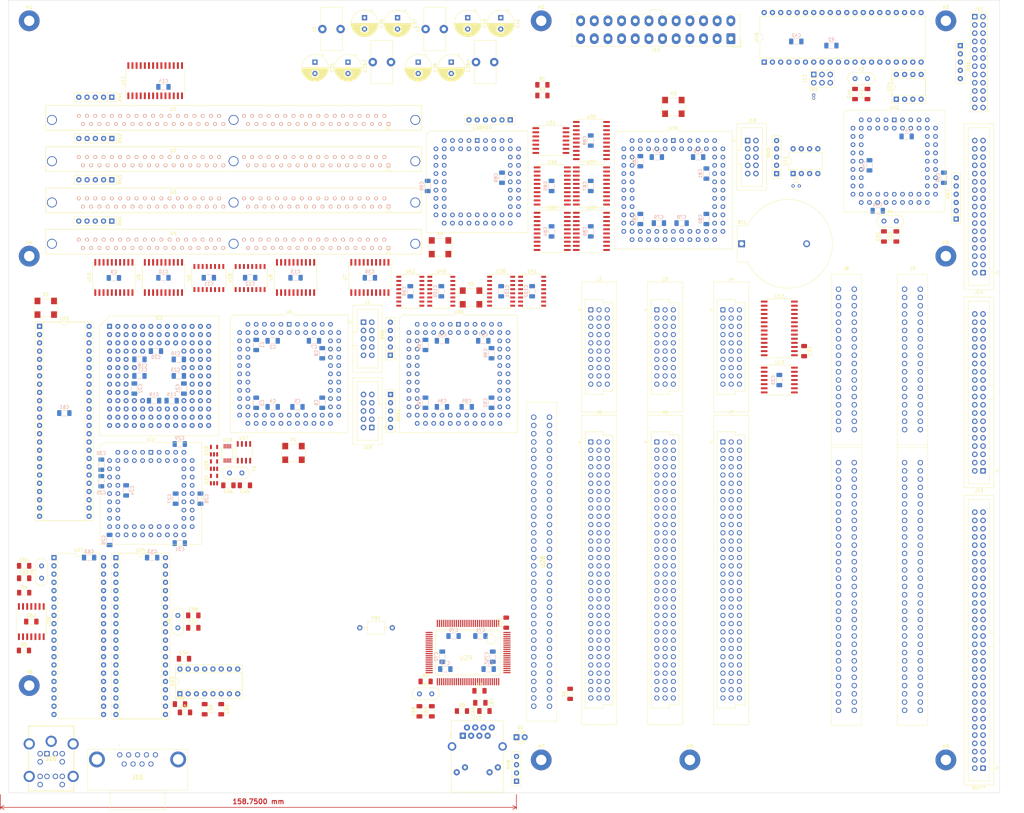
<source format=kicad_pcb>
(kicad_pcb (version 20221018) (generator pcbnew)
  (layers (0 "F.Cu" signal "F.Cu (signal, GND)") (1 "In1.Cu" power "In1.Cu (signal, GND)") (2 "In2.Cu" signal "In2.Cu (signal, GND)") (3 "In3.Cu" signal) (4 "In4.Cu" power) (31 "B.Cu" signal "B.Cu (Power)") (34 "B.Paste" user) (35 "F.Paste" user) (36 "B.SilkS" user "B.Silkscreen") (37 "F.SilkS" user "F.Silkscreen") (38 "B.Mask" user) (39 "F.Mask" user) (44 "Edge.Cuts" user))
  (net 0 "")
  (net 1 "+5V")
  (net 2 "GND")
  (net 3 "+12V")
  (net 4 "+5VP")
  (net 5 "+3.3V")
  (net 6 "-12V")
  (net 7 "-5V")
  (net 11 "GNDA")
  (net 12 "+5VA")
  (net 17 "/PEP/~{P0PRESA}")
  (net 18 "/PEP/~{P1PRESA}")
  (net 19 "/PEP/~{P2PRESA}")
  (net 20 "/PEP/~{P0PRESB}")
  (net 21 "/PEP/~{P1PRESB}")
  (net 22 "/DRAM/~{MMAP0}")
  (net 23 "/DRAM/~{MMAP1}")
  (net 24 "/DRAM/~{MMAP2}")
  (net 25 "/DRAM/~{MMAP3}")
  (net 26 "/DRAM/~{MMBP0}")
  (net 27 "/DRAM/~{MMBP1}")
  (net 28 "/DRAM/~{MMBP2}")
  (net 29 "/DRAM/~{MMBP3}")
  (net 30 "/DRAM/~{MMCP0}")
  (net 31 "/DRAM/~{MMCP1}")
  (net 32 "/DRAM/~{MMCP2}")
  (net 33 "/DRAM/~{MMCP3}")
  (net 34 "/DRAM/~{MMDP0}")
  (net 35 "/DRAM/~{MMDP1}")
  (net 36 "/DRAM/~{MMDP2}")
  (net 37 "/DRAM/~{MMDP3}")
  (net 38 "SYS_SCL")
  (net 39 "SYS_SDA")
  (net 40 "SMC_TX")
  (net 41 "SMC_RX")
  (net 42 "/PEP/~{P2PRESB}")
  (net 48 "~{IRQ15}")
  (net 49 "/IO/~{DTACK8}")
  (net 50 "/PEP/~{P0PRES}")
  (net 51 "/PEP/~{P1PRES}")
  (net 52 "/PEP/~{P2PRES}")
  (net 53 "/IO/KBDAT")
  (net 54 "/IO/KBCLK")
  (net 55 "/IO/MSDAT")
  (net 56 "/IO/MSCLK")
  (net 57 "/DRAM/SDQ0")
  (net 58 "/DRAM/SDQ16")
  (net 59 "/DRAM/SDQ1")
  (net 60 "/DRAM/SDQ17")
  (net 61 "/DRAM/SDQ2")
  (net 62 "/DRAM/SDQ18")
  (net 63 "/DRAM/SDQ3")
  (net 64 "/DRAM/SDQ19")
  (net 65 "/DRAM/SA0")
  (net 66 "/DRAM/SA1")
  (net 67 "/DRAM/SA2")
  (net 68 "/DRAM/SA3")
  (net 69 "/DRAM/SA4")
  (net 70 "/DRAM/SA5")
  (net 71 "/DRAM/SA6")
  (net 72 "/DRAM/SA10")
  (net 73 "/DRAM/SDQ4")
  (net 74 "/DRAM/SDQ20")
  (net 75 "/DRAM/SDQ5")
  (net 76 "/DRAM/SDQ21")
  (net 77 "/DRAM/SDQ6")
  (net 78 "/DRAM/SDQ22")
  (net 79 "/DRAM/SDQ7")
  (net 80 "/DRAM/SDQ23")
  (net 81 "/DRAM/SA7")
  (net 82 "/DRAM/SA11")
  (net 83 "/DRAM/SA8")
  (net 84 "/DRAM/SA9")
  (net 85 "/DRAM/~{MMRAS3_A}")
  (net 86 "/DRAM/~{MMRAS1_A}")
  (net 87 "/DRAM/~{MMRAS0_A}")
  (net 88 "/DRAM/SDQ8")
  (net 89 "/DRAM/SDQ24")
  (net 90 "/DRAM/SDQ9")
  (net 91 "/DRAM/SDQ25")
  (net 92 "/DRAM/SDQ10")
  (net 93 "/DRAM/SDQ26")
  (net 94 "/DRAM/SDQ11")
  (net 95 "/DRAM/SDQ27")
  (net 96 "/DRAM/SDQ12")
  (net 97 "/DRAM/SDQ28")
  (net 98 "/DRAM/SDQ29")
  (net 99 "/DRAM/SDQ13")
  (net 100 "/DRAM/SDQ30")
  (net 101 "/DRAM/SDQ14")
  (net 102 "/DRAM/SDQ31")
  (net 103 "/DRAM/SDQ15")
  (net 104 "/DRAM/~{MMRAS3_B}")
  (net 105 "/DRAM/~{MMRAS1_B}")
  (net 106 "/DRAM/~{MMRAS0_B}")
  (net 107 "/DRAM/~{MMRAS3_C}")
  (net 108 "/DRAM/~{MMRAS1_C}")
  (net 109 "/DRAM/~{MMRAS0_C}")
  (net 110 "/DRAM/~{MMRAS3_D}")
  (net 111 "/DRAM/~{MMRAS1_D}")
  (net 112 "/DRAM/~{MMRAS0_D}")
  (net 113 "/Disk/~{RD}")
  (net 114 "/Disk/~{WR}")
  (net 115 "~{ATADRQ}")
  (net 116 "~{ATADACK}")
  (net 117 "~{DMAIRQ}")
  (net 118 "~{FDDDACK}")
  (net 119 "~{FDDDRQ}")
  (net 120 "+BATT")
  (net 121 "~{EEPROMCS}")
  (net 122 "/Power/+12VI")
  (net 123 "/Power/+5VI")
  (net 124 "/Power/+5VSBI")
  (net 125 "/Power/+3.3VI")
  (net 126 "/Ethernet/LED1")
  (net 127 "/Ethernet/LED0")
  (net 128 "/DRAM/DRAMC_TCK")
  (net 129 "/DRAM/DRAMC_TDO")
  (net 130 "/DRAM/DRAMC_TMS")
  (net 134 "/DRAM/DRAMC_TDI")
  (net 137 "/DRAM/~{MMCAS0}")
  (net 138 "/DRAM/~{MMCAS2}")
  (net 139 "/DRAM/~{MMCAS3}")
  (net 140 "/DRAM/~{MMCAS1}")
  (net 141 "/DRAM/RASS0")
  (net 142 "/DRAM/RASS1")
  (net 143 "/DRAM/RASS2")
  (net 144 "/DRAM/~{RASS_L}")
  (net 145 "~{DRAMCS}")
  (net 146 "~{CPURST}")
  (net 147 "~{CPUHLT}")
  (net 148 "PWOK")
  (net 149 "~{PSON}")
  (net 150 "BUZ")
  (net 151 "HDD_LED")
  (net 152 "PWR_LED")
  (net 153 "~{PERRST}")
  (net 154 "/SMC/SMC_MOSI")
  (net 155 "/SMC/SMC_MISO")
  (net 156 "/SMC/SMC_SCK")
  (net 157 "~{SMCRST}")
  (net 158 "~{SMCCS}")
  (net 159 "/SMC/~{DTACK}")
  (net 160 "/SMC/~{DS}")
  (net 161 "/SMC/C{slash}~{D}")
  (net 162 "/SMC/R{slash}~{W}")
  (net 163 "/SMC/~{FWMPRES}")
  (net 164 "/SMC/D31")
  (net 165 "/SMC/D30")
  (net 166 "/SMC/D29")
  (net 167 "/SMC/D28")
  (net 168 "/SMC/D27")
  (net 169 "/SMC/D26")
  (net 170 "/SMC/D25")
  (net 171 "/SMC/D24")
  (net 172 "~{FWCS}")
  (net 173 "/Ethernet/TX+")
  (net 174 "/Ethernet/TX-")
  (net 175 "/Ethernet/RX+")
  (net 176 "/FWMEM/~{FWMPRES}")
  (net 177 "~{FPUCS}")
  (net 178 "~{IACK}")
  (net 179 "~{PEP0IRQ}")
  (net 180 "~{PEP0EN}")
  (net 181 "~{PERR}")
  (net 182 "~{PEP1IRQ}")
  (net 183 "~{PEP1EN}")
  (net 184 "~{PEP2EN}")
  (net 185 "~{PEP2IRQ}")
  (net 186 "~{ATAIRQ}")
  (net 187 "~{ATA0CS}")
  (net 188 "~{ATA1CS}")
  (net 189 "~{DMACCS}")
  (net 190 "~{ADDECCFG}")
  (net 191 "~{DCFGCS}")
  (net 192 "~{FDDCS}")
  (net 193 "~{FDDIRQ}")
  (net 194 "~{UARTCS}")
  (net 195 "~{UARTIRQ}")
  (net 196 "~{MSIRQ}")
  (net 197 "~{KBIRQ}")
  (net 198 "/IO/~{WR}")
  (net 199 "/IO/~{RD}")
  (net 200 "~{8242CS}")
  (net 201 "~{IRQ2}")
  (net 202 "~{IRQ3}")
  (net 203 "~{IRQ4}")
  (net 204 "~{IRQ5}")
  (net 205 "~{IRQ6}")
  (net 206 "~{IRQ7}")
  (net 207 "~{IRQ10}")
  (net 208 "~{IRQ11}")
  (net 209 "~{IRQ12}")
  (net 210 "~{IRQ14}")
  (net 211 "~{PICCS}")
  (net 212 "~{PWR_SW}")
  (net 213 "/FWMEM/~{UDS}")
  (net 214 "/FWMEM/~{LDS}")
  (net 215 "/FWMEM/~{DTACK}")
  (net 216 "~{RST_SW}")
  (net 217 "/Ethernet/RX-")
  (net 218 "Net-(D1-A)")
  (net 219 "Net-(U27-XTAL2)")
  (net 220 "~{ETHCS}")
  (net 221 "/Ethernet/LED2")
  (net 223 "CPUCLK")
  (net 224 "/DRAM/RASS3")
  (net 225 "Net-(U29-X2)")
  (net 226 "/Ethernet/~{RD}")
  (net 227 "/Ethernet/~{WR}")
  (net 228 "A0")
  (net 229 "A30")
  (net 230 "A28")
  (net 231 "A26")
  (net 232 "A24")
  (net 233 "A23")
  (net 234 "A21")
  (net 235 "A19")
  (net 236 "A17")
  (net 237 "A15")
  (net 238 "A13")
  (net 239 "A10")
  (net 240 "A31")
  (net 241 "A29")
  (net 242 "A27")
  (net 243 "A25")
  (net 244 "A22")
  (net 245 "A20")
  (net 246 "A16")
  (net 247 "A14")
  (net 248 "A12")
  (net 249 "A8")
  (net 250 "A7")
  (net 251 "A1")
  (net 252 "A18")
  (net 253 "A11")
  (net 254 "A9")
  (net 255 "A5")
  (net 256 "A4")
  (net 257 "A6")
  (net 258 "A3")
  (net 259 "A2")
  (net 260 "D5")
  (net 261 "D1")
  (net 262 "D0")
  (net 263 "D30")
  (net 264 "D10")
  (net 265 "D7")
  (net 266 "D4")
  (net 267 "D2")
  (net 268 "D29")
  (net 269 "D27")
  (net 270 "D24")
  (net 271 "D22")
  (net 272 "D20")
  (net 273 "D17")
  (net 274 "D14")
  (net 275 "D12")
  (net 276 "D9")
  (net 277 "D6")
  (net 278 "D3")
  (net 279 "D31")
  (net 280 "D28")
  (net 281 "D26")
  (net 282 "D25")
  (net 283 "D23")
  (net 284 "D21")
  (net 285 "D19")
  (net 286 "D18")
  (net 287 "D16")
  (net 288 "D15")
  (net 289 "D13")
  (net 290 "D11")
  (net 291 "D8")
  (net 292 "~{BR}")
  (net 293 "~{RMC}")
  (net 294 "~{BG}")
  (net 295 "FC1")
  (net 296 "~{BGACK}")
  (net 297 "FC2")
  (net 298 "FC0")
  (net 299 "~{AVEC}")
  (net 300 "~{IPEND}")
  (net 301 "~{DSACK0}")
  (net 302 "~{MMUDIS}")
  (net 303 "~{STERM}")
  (net 304 "~{DSACK1}")
  (net 305 "~{IPL2}")
  (net 306 "~{IPL1}")
  (net 307 "~{BERR}")
  (net 308 "~{CDIS}")
  (net 309 "~{IPL0}")
  (net 310 "~{CBACK}")
  (net 311 "~{AS}")
  (net 312 "~{CBREQ}")
  (net 313 "~{DS}")
  (net 314 "SIZ1")
  (net 315 "~{CIIN}")
  (net 316 "SIZ0")
  (net 317 "R{slash}~{W}")
  (net 318 "FPUCLK")
  (net 319 "/ADDEC/ADDEC_TCK")
  (net 320 "/ADDEC/ADDEC_TDO")
  (net 321 "/ADDEC/ADDEC_TMS")
  (net 322 "/ADDEC/ADDEC_TDI")
  (net 323 "/PIC/PIC_TCK")
  (net 324 "/PIC/PIC_TDO")
  (net 325 "/PIC/PIC_TMS")
  (net 326 "/PIC/PIC_TDI")
  (net 327 "/DMAC/~{OWN}")
  (net 328 "/DMAC/~{UAS}")
  (net 329 "/DMAC/~{DBEN}")
  (net 330 "/DMAC/~{DDIR}")
  (net 331 "/DMAC/~{HIBYTE}")
  (net 332 "/DMAC/UAS")
  (net 333 "/DMAC/A16{slash}D8")
  (net 334 "/DMAC/A17{slash}D9")
  (net 335 "/DMAC/A18{slash}D10")
  (net 336 "/DMAC/A19{slash}D11")
  (net 337 "/DMAC/A20{slash}D12")
  (net 338 "/DMAC/A21{slash}D13")
  (net 339 "/DMAC/A22{slash}D14")
  (net 340 "/DMAC/A23{slash}D15")
  (net 341 "/DMAC/~{DTACK}")
  (net 342 "/DMAC/A15{slash}D7")
  (net 343 "/DMAC/A14{slash}D6")
  (net 344 "/DMAC/A13{slash}D5")
  (net 345 "/DMAC/A12{slash}D4")
  (net 346 "/DMAC/A11{slash}D3")
  (net 347 "/DMAC/A10{slash}D2")
  (net 348 "/DMAC/A9{slash}D1")
  (net 349 "/DMAC/A8{slash}D0")
  (net 350 "/PIC/~{UDS}")
  (net 351 "/PIC/~{LDS}")
  (net 352 "/PIC/~{DTACK}")
  (net 353 "/ADDEC/CS0")
  (net 354 "/ADDEC/CS1")
  (net 355 "/ADDEC/CS2")
  (net 356 "/ADDEC/~{CSE}")
  (net 357 "/ADDEC/CS3")
  (net 358 "/ADDEC/CS4")
  (net 359 "/ADDEC/C{slash}~{D}")
  (net 360 "/ADDEC/~{RD}")
  (net 361 "/ADDEC/~{WR}")
  (net 362 "/ADDEC/~{UDS}")
  (net 363 "/ADDEC/~{LDS}")
  (net 364 "/ADDEC/~{DTACK}")
  (net 365 "/ADDEC/~{DTACK8}")
  (net 366 "/ADDEC/SMC_MOSI")
  (net 367 "/ADDEC/SMC_MISO")
  (net 368 "/ADDEC/SMC_SCK")
  (net 369 "/SMC/SCL33")
  (net 370 "/SMC/SDA33")
  (net 371 "TIMCLK")
  (net 372 "~{TIMER}")
  (net 373 "/ADDEC/~{DEC0}")
  (net 374 "/ADDEC/~{DEC1}")
  (net 375 "REFRESH")
  (net 376 "/ADDEC/~{DEC2}")
  (net 377 "~{TIMCS}")
  (net 378 "Net-(U16-XTAL1)")
  (net 379 "Net-(U16-XTAL2)")
  (net 380 "Net-(U19-XA)")
  (net 381 "Net-(U19-XB)")
  (net 382 "Net-(U22-XTAL1{slash}CLK)")
  (net 383 "Net-(U22-XTAL2)")
  (net 384 "Net-(U23-C1+)")
  (net 385 "Net-(U23-C1-)")
  (net 386 "Net-(U23-C2+)")
  (net 387 "Net-(U23-C2-)")
  (net 388 "Net-(U24-X1{slash}CLK)")
  (net 389 "Net-(U24-X2)")
  (net 390 "Net-(U23-VS+)")
  (net 391 "Net-(U23-VS-)")
  (net 392 "Net-(U27-XTAL1)")
  (net 393 "Net-(U29-X1)")
  (net 483 "Net-(J12-Pin_2)")
  (net 489 "Net-(J14-~{REDWC})")
  (net 491 "Net-(J14-NC{slash}DRATE)")
  (net 492 "Net-(J14-~{INDEX})")
  (net 493 "Net-(J14-~{MEA})")
  (net 494 "Net-(J14-~{DSB})")
  (net 495 "Net-(J14-~{DSA})")
  (net 496 "Net-(J14-~{MEB})")
  (net 497 "Net-(J14-~{DIR})")
  (net 498 "Net-(J14-~{STEP})")
  (net 499 "Net-(J14-~{WR})")
  (net 500 "Net-(J14-~{FWE})")
  (net 501 "Net-(J14-~{TRK00})")
  (net 502 "Net-(J14-~{WPT})")
  (net 503 "Net-(J14-~{RD})")
  (net 504 "Net-(J14-~{SIDE1})")
  (net 505 "Net-(J14-~{DSKCHG})")
  (net 507 "Net-(U23-T1OUT)")
  (net 508 "Net-(U23-R1IN)")
  (net 517 "Net-(U29-BD7)")
  (net 518 "Net-(U29-IOCS16B)")
  (net 559 "Net-(U5-INPUT{slash}GCLK1)")
  (net 584 "Net-(U15-X1)")
  (net 585 "Net-(U15-X2)")
  (net 589 "Net-(U17-EN)")
  (net 591 "Net-(U18-A)")
  (net 592 "Net-(U19-CLK2)")
  (net 593 "Net-(U19-CLK1)")
  (net 612 "Net-(U23-T1IN)")
  (net 613 "Net-(U23-R1OUT)")
  (net 654 "Net-(U25-CLK)")
  (net 655 "Net-(U27-P22)")
  (net 656 "Net-(U27-P23)")
  (net 657 "Net-(U27-P26)")
  (net 658 "Net-(U27-P27)")
  (net 723 "Net-(U30-INPUT{slash}GCLK1)")
  (net 746 "Net-(U34-CLK)")
  (net 754 "Net-(U39-INPUT{slash}GCLK1)")
  (net 771 "Net-(J17-RCT)")
  (net 772 "Net-(J17-TCT)")
  (net 778 "Net-(J17-LEDG_A)")
  (net 779 "Net-(J17-LEDY_A)")
  (footprint "Package_DIP:DIP-48_W15.24mm_Socket" (layer "F.Cu") (at 73.025 138.43)
    (fp_text reference "U25")
    (fp_text value "68230")
  )
  (footprint "Package_DIP:DIP-40_W15.24mm_Socket" (layer "F.Cu") (at 96.52 209.55)
    (fp_text reference "U24")
    (fp_text value "68681")
  )
  (footprint "Crystal:Crystal_HC52-6mm_Vertical" (layer "F.Cu") (at 131.455 183.515)
    (fp_text reference "Y3")
    (fp_text value "25M")
  )
  (footprint "Oscillator:Oscillator_SMD_SeikoEpson_SG8002CA-4Pin_7.0x5.0mm" (layer "F.Cu") (at 267.97 70.925)
    (fp_text reference "X3")
    (fp_text value "70M")
  )
  (footprint "Package_SO:SOIC-20W_7.5x12.8mm_P1.27mm" (layer "F.Cu") (at 111.125 123.395 -90)
    (fp_text reference "U9")
    (fp_text value "74LS245")
  )
  (footprint "Connector_IDC:IDC-Header_2x05_P2.54mm_Vertical" (layer "F.Cu") (at 172.67 137.16)
    (fp_text reference "J1")
    (fp_text value "JTAG_DRAMC")
  )
  (footprint "Package_SO:SOIC-28W_7.5x17.9mm_P1.27mm" (layer "F.Cu") (at 300.56 139.065)
    (fp_text reference "U12")
    (fp_text value "MCP23017_SO")
  )
  (footprint "Package_SO:SOIC-20W_7.5x12.8mm_P1.27mm" (layer "F.Cu") (at 151.765 123.395 -90)
    (fp_text reference "U8")
    (fp_text value "74LS245")
  )
  (footprint "Package_DIP:DIP-8_W7.62mm" (layer "F.Cu") (at 304.8 91.43 90)
    (fp_text reference "U15")
    (fp_text value "DS1307+")
  )
  (footprint "Sockets:SIM72" (layer "F.Cu") (at 132.715 74.93)
    (fp_text reference "U1")
    (fp_text value "SIMM72 Slot A")
  )
  (footprint "Inductor_THT:L_Toroid_Vertical_L13.0mm_W6.5mm_P5.60mm" (layer "F.Cu") (at 191.77 46.99 90)
    (fp_text reference "L3")
    (fp_text value "10u")
  )
  (footprint "Capacitor_THT:CP_Radial_D8.0mm_P3.50mm" (layer "F.Cu") (at 157.74 57.15 -90)
    (fp_text reference "C34")
    (fp_text value "470u")
  )
  (footprint "Resistor_SMD:R_1206_3216Metric_Pad1.30x1.75mm_HandSolder" (layer "F.Cu") (at 227.685 67.425)
    (fp_text reference "R3")
    (fp_text value "200k")
  )
  (footprint "LED_THT:LED_D3.0mm" (layer "F.Cu") (at 219.71 264.795)
    (fp_text reference "D1")
    (fp_text value "LED")
  )
  (footprint "Package_SO:SOIC-16W_5.3x10.2mm_P1.27mm" (layer "F.Cu") (at 187.065 127.635)
    (fp_text reference "U42")
    (fp_text value "74LS137")
  )
  (footprint "Package_SO:SOIC-20W_7.5x12.8mm_P1.27mm" (layer "F.Cu") (at 230.71 109.22)
    (fp_text reference "U32")
    (fp_text value "74LS245")
  )
  (footprint "Inductor_THT:L_Toroid_Vertical_L13.0mm_W6.5mm_P5.60mm" (layer "F.Cu") (at 207.27 57.15 90)
    (fp_text reference "L4")
    (fp_text value "10u")
  )
  (footprint "MountingHole:MountingHole_3.2mm_M3_Pad" (layer "F.Cu") (at 351.79 116.84)
    (fp_text reference "H5")
    (fp_text value "M3_MH_Pad")
  )
  (footprint "Package_TO_SOT_SMD:SOT-23-5" (layer "F.Cu") (at 126.69 181.1075 90)
    (fp_text reference "U20")
    (fp_text value "SN74LV1T34DBV")
  )
  (footprint "Package_SO:SOIC-16W_5.3x10.2mm_P1.27mm" (layer "F.Cu") (at 215.005 127.635)
    (fp_text reference "U38")
    (fp_text value "74LS137")
  )
  (footprint "Package_SO:SOIC-20W_7.5x12.8mm_P1.27mm" (layer "F.Cu") (at 174.625 123.395 -90)
    (fp_text reference "U7")
    (fp_text value "74LS245")
  )
  (footprint "Resistor_SMD:R_1206_3216Metric_Pad1.30x1.75mm_HandSolder" (layer "F.Cu") (at 236.22 251.46 90)
    (fp_text reference "R6")
    (fp_text value "10k")
  )
  (footprint "Capacitor_THT:CP_Radial_D8.0mm_P3.50mm" (layer "F.Cu") (at 199.65 57.15 -90)
    (fp_text reference "C39")
    (fp_text value "47u")
  )
  (footprint "Capacitor_SMD:C_1206_3216Metric_Pad1.33x1.80mm_HandSolder" (layer "F.Cu") (at 68.2875 212.09)
    (fp_text reference "C64")
    (fp_text value "20p")
  )
  (footprint "Connector_IDC:IDC-Header_2x05_P2.54mm_Vertical" (layer "F.Cu") (at 290.83 81.28)
    (fp_text reference "J18")
    (fp_text value "JTAG_PIC")
  )
  (footprint "Package_SO:SO-8_3.9x4.9mm_P1.27mm" (layer "F.Cu") (at 135.895 177.165 90)
    (fp_text reference "U17")
    (fp_text value "PCA9306D")
  )
  (footprint "Inductor_THT:L_Toroid_Vertical_L13.0mm_W6.5mm_P5.60mm" (layer "F.Cu") (at 175.52 57.15 90)
    (fp_text reference "L2")
    (fp_text value "10u")
  )
  (footprint "Package_DIP:DIP-40_W15.24mm" (layer "F.Cu") (at 295.91 57.15 90)
    (fp_text reference "U16")
    (fp_text value "ATmegA32-16P")
  )
  (footprint "Package_SO:SOIC-20W_7.5x12.8mm_P1.27mm" (layer "F.Cu") (at 230.71 95.25)
    (fp_text reference "U36")
    (fp_text value "74LS245")
  )
  (footprint "Capacitor_SMD:C_1206_3216Metric_Pad1.33x1.80mm_HandSolder" (layer "F.Cu") (at 327.66 66.9675 90)
    (fp_text reference "C43")
    (fp_text value "22p")
  )
  (footprint "Connector_Molex:Molex_Mini-Fit_Jr_5566-24A_2x12_P4.20mm_Vertical" (layer "F.Cu") (at 285.65 49.95 180)
    (fp_text reference "J10")
    (fp_text value "ATX-24")
  )
  (footprint "Capacitor_SMD:C_1206_3216Metric_Pad1.33x1.80mm_HandSolder" (layer "F.Cu") (at 131.1075 187.325)
    (fp_text reference "C46")
    (fp_text value "22p")
  )
  (footprint "Package_SO:SOIC-20W_7.5x12.8mm_P1.27mm" (layer "F.Cu") (at 242.775 81.28)
    (fp_text reference "U35")
    (fp_text value "74LS245")
  )
  (footprint "Oscillator:Oscillator_SMD_SeikoEpson_SG8002CA-4Pin_7.0x5.0mm" (layer "F.Cu") (at 196.215 114.105)
    (fp_text reference "X4")
    (fp_text value "10M")
  )
  (footprint "MountingHole:MountingHole_3.2mm_M3_Pad" (layer "F.Cu") (at 227.33 271.78)
    (fp_text reference "H7")
    (fp_text value "M3_MH_Pad")
  )
  (footprint "Crystal:Crystal_HC52-6mm_Vertical" (layer "F.Cu") (at 189.87 251.46)
    (fp_text reference "Y7")
    (fp_text value "20M")
  )
  (footprint "Package_SO:SOIC-28W_7.5x17.9mm_P1.27mm" (layer "F.Cu") (at 108.585 62.865 90)
    (fp_text reference "U11")
    (fp_text value "MCP23017_SO")
  )
  (footprint "Connector_DIN:DIN41612_C3_3x10_Female_Vertical_THT" (layer "F.Cu") (at 283.21 133.35)
    (fp_text reference "J4")
    (fp_text value "PEP_Power_DIN41612_3x10")
  )
  (footprint "Capacitor_SMD:C_1206_3216Metric_Pad1.33x1.80mm_HandSolder" (layer "F.Cu") (at 208.5975 254.21)
    (fp_text reference "C67")
    (fp_text value "10n")
  )
  (footprint "Capacitor_SMD:C_1206_3216Metric_Pad1.33x1.80mm_HandSolder" (layer "F.Cu") (at 308.18 146.05 -90)
    (fp_text reference "C32")
    (fp_text value "100p")
  )
  (footprint "Resistor_SMD:R_1206_3216Metric_Pad1.30x1.75mm_HandSolder" (layer "F.Cu") (at 191.765 247.65)
    (fp_text reference "R9")
    (fp_text value "1M")
  )
  (footprint "Resistor_SMD:R_1206_3216Metric_Pad1.30x1.75mm_HandSolder" (layer "F.Cu") (at 216.56 229.5775 90)
    (fp_text reference "R10")
    (fp_text value "27k")
  )
  (footprint "Crystal:Crystal_HC52-6mm_Vertical" (layer "F.Cu") (at 332.745 106.045)
    (fp_text reference "Y4")
    (fp_text value "24M")
  )
  (footprint "Capacitor_SMD:C_1206_3216Metric_Pad1.33x1.80mm_HandSolder" (layer "F.Cu") (at 117.445 240.655)
    (fp_text reference "C54")
    (fp_text value "1u")
  )
  (footprint "Package_SO:SOIC-14W_7.5x9mm_P1.27mm" (layer "F.Cu") (at 300.56 154.94)
    (fp_text reference "U13")
    (fp_text value "74LS02")
  )
  (footprint "Package_LCC:PLCC-68_THT-Socket" (layer "F.Cu") (at 335.915 74.93)
    (fp_text reference "U22")
    (fp_text value "PC8477BV")
  )
  (footprint "Capacitor_SMD:C_1206_3216Metric_Pad1.33x1.80mm_HandSolder" (layer "F.Cu") (at 70.485 229.235)
    (fp_text reference "C62")
    (fp_text value "100p")
  )
  (footprint "Sockets:SIM72" (layer "F.Cu") (at 132.715 87.63)
    (fp_text reference "U2")
    (fp_text value "SIMM72 Slot B")
  )
  (footprint "MountingHole:MountingHole_3.2mm_M3_Pad" (layer "F.Cu") (at 273.05 271.78)
    (fp_text reference "H8")
    (fp_text value "M3_MH_Pad")
  )
  (footprint "Oscillator:Oscillator_SMD_SeikoEpson_SG8002CA-4Pin_7.0x5.0mm" (layer "F.Cu") (at 205.74 129.54)
    (fp_text reference "X5")
    (fp_text value "70M")
  )
  (footprint "Connector_DIN:DIN41612_C3_3x10_Female_Vertical_THT" (layer "F.Cu") (at 242.57 133.35)
    (fp_text reference "J2")
    (fp_text value "PEP_Power_DIN41612_3x10")
  )
  (footprint "Package_SO:SOIC-16W_5.3x10.2mm_P1.27mm" (layer "F.Cu") (at 125.095 123.565 90)
    (fp_text reference "U6")
    (fp_text value "74LS137")
  )
  (footprint "Package_SO:SOIC-16W_5.3x10.2mm_P1.27mm" (layer "F.Cu") (at 196.59 127.635)
    (fp_text reference "U40")
    (fp_text value "74LS137")
  )
  (footprint "MountingHole:MountingHole_3.2mm_M3_Pad" (layer "F.Cu") (at 227.33 44.45)
    (fp_text reference "H2")
    (fp_text value "M3_MH_Pad")
  )
  (footprint "Capacitor_SMD:C_1206_3216Metric_Pad1.33x1.80mm_HandSolder" (layer "F.Cu") (at 209.8675 256.75)
    (fp_text reference "C66")
    (fp_text value "10n")
  )
  (footprint "Battery:BatteryHolder_ComfortableElectronic_CH273-2450_1x2450" (layer "F.Cu") (at 288.970914 113.03)
    (fp_text reference "BT1")
    (fp_text value "Battery_Cell")
  )
  (footprint "Package_DIP:DIP-16_W7.62mm_Socket" (layer "F.Cu") (at 116.195 251.45 90)
    (fp_text reference "U23")
    (fp_text value "MAX232")
  )
  (footprint "Crystal:Crystal_HC52-6mm_Vertical" (layer "F.Cu") (at 115.57 231.14 90)
    (fp_text reference "Y5")
    (fp_text value "3.6864M")
  )
  (footprint "Package_SO:MSOP-10_3x3mm_P0.5mm" (layer "F.Cu") (at 130.805 177.505 90)
    (fp_text reference "U19")
    (fp_text value "Si5351A-B-GT")
  )
  (footprint "Connector_RJ:RJ45_Amphenol_RJMG1BD3B8K1ANR" (layer "F.Cu") (at 203.225 264.35)
    (fp_text reference "J17")
    (fp_text value "RJ45_Amphenol_RJMG1BD3B8K1ANR")
  )
  (footprint "Resistor_SMD:R_1206_3216Metric_Pad1.30x1.75mm_HandSolder" (layer "F.Cu") (at 227.685 64.135)
    (fp_text reference "R1")
    (fp_text value "10k")
  )
  (footprint "Connector_IDC:IDC-Header_2x20_P2.54mm_Vertical" (layer "F.Cu") (at 363.22 182.88 180)
    (fp_text reference "J13")
    (fp_text value "IDC_PATA")
  )
  (footprint "Capacitor_SMD:C_1206_3216Metric_Pad1.33x1.80mm_HandSolder" (layer "F.Cu") (at 136.1875 187.325)
    (fp_text reference "C45")
    (fp_text value "22p")
  )
  (footprint "Capacitor_THT:CP_Radial_D8.0mm_P3.50mm" (layer "F.Cu") (at 214.89 43.49 -90)
    (fp_text reference "C41")
    (fp_text value "47u")
  )
  (footprint "Resistor_THT:R_Array_SIP4" (layer "F.Cu") (at 219.735 278.34 90)
    (fp_text reference "RN8")
    (fp_text value "330")
  )
  (footprint "Capacitor_THT:CP_Radial_D8.0mm_P3.50mm" (layer "F.Cu") (at 167.9 57.15 -90)
    (fp_text reference "C35")
    (fp_text value "47u")
  )
  (footprint "MountingHole:MountingHole_3.2mm_M3_Pad" (layer "F.Cu") (at 351.79 44.45)
    (fp_text reference "H3")
    (fp_text value "M3_MH_Pad")
  )
  (footprint "Resistor_THT:R_Array_SIP6" (layer "F.Cu") (at 354.965 105.41 90)
    (fp_text reference "RN7")
    (fp_text value "1k")
  )
  (footprint "Resistor_THT:R_Array_SIP5" (layer "F.Cu") (at 95.25 106.045 180)
    (fp_text reference "RN4")
    (fp_text value "1k")
  )
  (footprint "Capacitor_SMD:C_1206_3216Metric_Pad1.33x1.80mm_HandSolder" (layer "F.Cu") (at 189.865 256.8325 90)
    (fp_text reference "C68")
    (fp_text value "22p")
  )
  (footprint "Resistor_THT:R_Array_SIP5" (layer "F.Cu") (at 95.27 80.645 180)
    (fp_text reference "RN2")
    (fp_text value "1k")
  )
  (footprint "Resistor_THT:R_Array_SIP5" (layer "F.Cu") (at 95.27 93.345 180)
    (fp_text reference "RN3")
    (fp_text value "1k")
  )
  (footprint "Crystal:Crystal_HC52-6mm_Vertical" (layer "F.Cu") (at 323.855 62.23)
    (fp_text reference "Y2")
    (fp_text value "16M")
  )
  (footprint "Connector_DIN:DIN41612_C_3x32_Female_Vertical_THT" (layer "F.Cu") (at 242.57 173.99)
    (fp_text reference "J5")
    (fp_text value "PEP_Data_DIN41612_3x32")
  )
  (footprint "KMDGX6SGPS4N:KMDGX6SGPS4N" (layer "F.Cu") (at 75.31 269.86)
    (fp_text reference "J16")
    (fp_text value "KMDGX-6SG_P-S4N" hide)
  )
  (footprint "Capacitor_THT:CP_Radial_D8.0mm_P3.50mm" (layer "F.Cu") (at 204.73 43.49 -90)
    (fp_text reference "C40")
    (fp_text value "470u")
  )
  (footprint "Capacitor_SMD:C_1206_3216Metric_Pad1.33x1.80mm_HandSolder" (layer "F.Cu") (at 120.3075 231.14)
    (fp_text reference "C57")
    (fp_text value "10p")
  )
  (footprint "MountingHole:MountingHole_3.2mm_M3_Pad" (layer "F.Cu") (at 351.79 271.78)
    (fp_text reference "H9")
    (fp_text value "M3_MH_Pad")
  )
  (footprint "Connector_DIN:DIN41612_C_3x32_Female_Vertical_THT" (layer "F.Cu") (at 262.89 173.99)
    (fp_text reference "J6")
    (fp_text value "PEP_Data_DIN41612_3x32")
  )
  (footprint "RTL8019AS:RTL8019AS" (layer "F.Cu") (at 204.8125 238.76 180)
    (fp_text reference "U29")
    (fp_text value "RTL8019AS")
  )
  (footprint "Sockets:SIM72" (layer "F.Cu") (at 132.715 113.03)
    (fp_text reference "U4")
    (fp_text value "SIMM72 Slot D")
  )
  (footprint "Resistor_THT:R_Array_SIP5" (layer "F.Cu") (at 180.975 159.385 -90)
    (fp_text reference "RN11")
    (fp_text value "10k")
  )
  (footprint "Capacitor_SMD:C_1206_3216Metric_Pad1.33x1.80mm_HandSolder" (layer "F.Cu") (at 193.675 256.8325 90)
    (fp_text reference "C69")
    (fp_text value "22p")
  )
  (footprint "Resistor_SMD:R_1206_3216Metric_Pad1.30x1.75mm_HandSolder" (layer "F.Cu") (at 68.225 238.125)
    (fp_text reference "R5")
    (fp_text value "10k")
  )
  (footprint "Package_SO:SOIC-20W_7.5x12.8mm_P1.27mm" (layer "F.Cu") (at 95.885 123.395 -90)
    (fp_text reference "U10")
    (fp_text value "74LS245")
  )
  (footprint "Package_DIP:DIP-8_W7.62mm_Socket" (layer "F.Cu") (at 336.56 68.57 90)
    (fp_text reference "U14")
    (fp_text value "25LCxxx")
  )
  (footprint "Resistor_SMD:R_1206_3216Metric_Pad1.30x1.75mm_HandSolder" (layer "F.Cu") (at 202.945 256.75)
    (fp_text reference "R8")
    (fp_text value "200")
  )
  (footprint "MountingHole:MountingHole_3.2mm_M3_Pad" (layer "F.Cu") (at 69.85 248.92)
    (fp_text reference "H6")
    (fp_text value "M3_MH_Pad")
  )
  (footprint "Resistor_SMD:R_1206_3216Metric_Pad1.30x1.75mm_HandSolder" (layer "F.Cu") (at 68.3 220.345)
    (fp_text reference "R4")
    (fp_text value "10k")
  )
  (footprint "Resistor_THT:R_Array_SIP5" (layer "F.Cu") (at 299.72 91.44 90)
    (fp_text reference "RN9")
    (fp_text value "10k")
  )
  (footprint "Crystal:Crystal_Round_D2.0mm_Vertical" (layer "F.Cu") (at 304.8 95.24)
    (fp_text reference "Y1")
    (fp_text value "32.768k")
  )
  (footprint "Oscillator:Oscillator_SMD_SeikoEpson_SG8002CA-4Pin_7.0x5.0mm" (layer "F.Cu") (at 151.13 177.36)
    (fp_text reference "X1")
    (fp_text value "70M")
  )
  (footprint "Connector_DIN:DIN41612_C3_3x10_Female_Vertical_THT" (layer "F.Cu") (at 262.89 133.35)
    (fp_text reference "J3")
    (fp_text value "PEP_Power_DIN41612_3x10")
  )
  (footprint "Connector_PinHeader_2.54mm:PinHeader_2x12_P2.54mm_Vertical" (layer "F.Cu") (at 360.68 43.18)
    (fp_text reference "J11")
    (fp_text value "Conn_02x12_Odd_Even")
  )
  (footprint "PGA68:PGA128" (layer "F.Cu") (at 109.805 153.67)
    (fp_text reference "IC1")
    (fp_text value "MC68030RC")
  )
  (footprint "Package_DIP:DIP-40_W15.24mm" (layer "F.Cu") (at 77.47 209.55)
    (fp_text reference "U27")
    (fp_text value "VT82C42")
  )
  (footprint "Inductor_THT:L_Axial_L5.0mm_D3.6mm_P10.00mm_Horizontal_Murata_BL01RN1A2A2" (layer "F.Cu") (at 171.53 231.14)
    (fp_text reference "FB1")
    (fp_text value "FerriteBead")
  )
  (footprint "Resistor_THT:R_Array_SIP6" (layer "F.Cu") (at 217.805 74.93 180)
    (fp_text reference "RN10")
    (fp_text value "1k")
  )
  (footprint "Connector_IDC:IDC-Header_2x17_P2.54mm_Vertical" (layer "F.Cu") (at 363.22 121.92 180)
    (fp_text reference "J14")
    (fp_text value "IDC_FDD")
  )
  (footprint "Capacitor_SMD:C_1206_3216Metric_Pad1.33x1.80mm_HandSolder" (layer "F.Cu") (at 332.74 110.7825 90)
    (fp_text reference "C51")
    (fp_text value "10p")
  )
  (footprint "Capacitor_SMD:C_1206_3216Metric_Pad1.33x1.80mm_HandSolder" (layer "F.Cu") (at 336.55 110.7825 90)
    (fp_text reference "C52")
    (fp_text value "10p")
  )
  (footprint "Sockets:ISA_16bit" (layer "F.Cu") (at 343.941 256.54 90)
    (fp_text reference "J9")
    (fp_text value "Bus_ISA_16bit")
  )
  (footprint "Package_LCC:PLCC-84_THT-Socket" (layer "F.Cu") (at 201.88 137.795)
    (fp_text reference "U39")
    (fp_text value "EPM7128SLC84 / Address Decoder")
  )
  (footprint "MountingHole:MountingHole_3.2mm_M3_Pad" (layer "F.Cu") (at 69.85 44.45)
    (fp_text reference "H1")
    (fp_text value "M3_MH_Pad")
  )
  (footprint "Connector_DIN:DIN41612_C_3x32_Female_Vertical_THT" (layer "F.Cu") (at 283.21 173.99)
    (fp_text reference "J7")
    (fp_text value "PEP_Data_DIN41612_3x32")
  )
  (footprint "Package_LCC:PLCC-84_THT-Socket" (layer "F.Cu") (at 149.81 137.795)
    (fp_text reference "U5")
    (fp_text value "EPM7128SLC84 / DRAM Controller")
  )
  (footprint "Inductor_THT:L_Toroid_Vertical_L13.0mm_W6.5mm_P5.60mm" (layer "F.Cu") (at 160.02 46.99 90)
    (fp_text reference "L1")
    (fp_text value "10u")
  )
  (footprint "57478404:57478404" (layer "F.Cu") (at 97.69 270.21)
    (fp_text reference "J15")
    (fp_text value "5747840-4" hide)
  )
  (footprint "Package_LCC:PLCC-68_THT-Socket" (layer "F.Cu") (at 107.265 177.165)
    (fp_text reference "IC2")
    (fp_text value "MC68881FN")
  )
  (footprint "Capacitor_SMD:C_1206_3216Metric_Pad1.33x1.80mm_HandSolder" (layer "F.Cu") (at 68.2875 215.9)
    (fp_text reference "C65")
    (fp_text value "20p")
  )
  (footprint "Resistor_SMD:R_1206_3216Metric_Pad1.30x1.75mm_HandSolder" (layer "F.Cu") (at 208.33 250.5325)
    (fp_text reference "R7")
    (fp_text value "10k")
  )
  (footprint "55308438:55308438" (layer "F.Cu") (at 229.87 166.37 -90)
    (fp_text reference "U28")
    (fp_text value "FWMC" hide)
  )
  (footprint "Crystal:Crystal_HC52-6mm_Vertical" (layer "F.Cu") (at 73.66 215.9 90)
    (fp_text reference "Y6")
    (fp_text value "8M")
  )
  (footprint "Capacitor_SMD:C_1206_3216Metric_Pad1.33x1.80mm_HandSolder" (layer "F.Cu") (at 323.85 66.9675 90)
    (fp_text reference "C44")
    (fp_text value "22p")
  )
  (footprint "Resistor_THT:R_Array_SIP5" (layer "F.Cu") (at 95.25 67.945 180)
    (fp_text reference "RN1")
    (fp_text value "1k")
  )
  (footprint "Package_LCC:PLCC-68_THT-Socket" (layer "F.Cu") (at 207.645 81.28)
    (fp_text reference "U34")
    (fp_text value "MC68440FN")
  )
  (footprint "Resistor_THT:R_Array_SIP5" (layer "F.Cu") (at 180.925 147.32 90)
    (fp_text reference "RN5")
    (fp_text value "10k")
  )
  (footprint "Connector_PinSocket_2.54mm:PinSocket_2x03_P2.54mm_Vertical" (layer "F.Cu") (at 311.15 60.96 90)
    (fp_text reference "J12")
    (fp_text value "ICSP_SMC")
  )
  (footprint "Connector_PinHeader_1.00mm:PinHeader_1x02_P1.00mm_Vertical" (layer "F.Cu") (at 311.15 67.31)
    (fp_text reference "TP1")
    (fp_text value "TestPoint_2Pole")
  )
  (footprint "Oscillator:Oscillator_SMD_SeikoEpson_SG8002CA-4Pin_7.0x5.0mm" (layer "F.Cu") (at 74.93 132.715)
    (fp_text reference "X2")
    (fp_text value "8M")
  )
  (footprint "Package_SO:SOIC-16W_5.3x10.2mm_P1.27mm" (layer "F.Cu") (at 224.53 127.635)
    (fp_text reference "U41")
    (fp_text value "74LS139")
  )
  (footprint "Package_TO_SOT_SMD:SOT-23-5" (layer "F.Cu") (at 126.69 185.5525 90)
    (fp_text reference "U21")
    (fp_text value "SN74LV1T34DBV")
  )
  (footprint "MountingHole:MountingHole_3.2mm_M3_Pad" (layer "F.Cu") (at 69.85 116.84)
    (fp_text reference "H4")
    (fp_text value "M3_MH_Pad")
  )
  (footprint "Package_SO:SOIC-16W_5.3x10.2mm_P1.27mm" (layer "F.Cu") (at 137.795 123.565 90)
    (fp_text reference "U18")
    (fp_text value "74LS137")
  )
  (footprint "Capacitor_SMD:C_1206_3216Metric_Pad1.33x1.80mm_HandSolder" (layer "F.Cu") (at 116.215 254.625)
    (fp_text reference "C59")
    (fp_text value "1u")
  )
  (footprint "Sockets:ISA_16bit" (layer "F.Cu") (at 323.621 256.54 90)
    (fp_text reference "J8")
    (fp_text value "Bus_ISA_16bit")
  )
  (footprint "Capacitor_THT:CP_Radial_D8.0mm_P3.50mm" (layer "F.Cu") (at 189.49 57.15 -90)
    (fp_text reference "C38")
    (fp_text value "470u")
  )
  (footprint "Connector_IDC:IDC-Header_2x05_P2.54mm_Vertical" (layer "F.Cu") (at 175.21 169.545 180)
    (fp_text reference "J19")
    (fp_text value "JTAG_ADDEC")
  )
  (footprint "Package_SO:SOIC-14W_7.5x9mm_P1.27mm" (layer "F.Cu") (at 70.485 229.235 -90)
    (fp_text reference "U26")
    (fp_text value "74LS06")
  )
  (footprint "Capacitor_THT:CP_Radial_D8.0mm_P3.50mm" (layer "F.Cu") (at 183.14 43.49 -90)
    (fp_text reference "C37")
    (fp_text value "47u")
  )
  (footprint "Sockets:SIM72" (layer "F.Cu") (at 132.715 100.33)
    (fp_text reference "U3")
    (fp_text value "SIMM72 Slot C")
  )
  (footprint "Package_SO:SOIC-14W_7.5x9mm_P1.27mm" (layer "F.Cu") (at 230.3 81.28)
    (fp_text reference "U31")
    (fp_text value "74LS04")
  )
  (footprint "Capacitor_SMD:C_1206_3216Metric_Pad1.33x1.80mm_HandSolder" (layer "F.Cu") (at 117.7575 257.165)
    (fp_text reference "C55")
    (fp_text value "1u")
  )
  (footprint "Package_SO:SOIC-20W_7.5x12.8mm_P1.27mm" (layer "F.Cu") (at 242.775 109.22)
    (fp_text reference "U33")
    (fp_text value "74LS573")
  )
  (footprint "Package_SO:SOIC-20W_7.5x12.8mm_P1.27mm" (layer "F.Cu") (at 242.775 95.25)
    (fp_text reference "U37")
    (fp_text value "74LS573")
  )
  (footprint "Capacitor_SMD:C_1206_3216Metric_Pad1.33x1.80mm_HandSolder" (layer "F.Cu") (at 128.895 256.1875 -90)
    (fp_text reference "C60")
    (fp_text value "1u")
  )
  (footprint "Capacitor_THT:CP_Radial_D8.0mm_P3.50mm" (layer "F.Cu") (at 172.98 43.49 -90)
    (fp_text reference "C36")
    (fp_text value "470u")
  )
  (footprint "Package_LCC:PLCC-84_THT-Socket" (layer "F.Cu") (at 267.97 81.28)
    (fp_text reference "U30")
    (fp_text value "EPM7128SLC84 / Programmable Interrupt Controller")
  )
  (footprint "Connector_IDC:IDC-Header_2x32_P2.54mm_Vertical" (layer "F.Cu") (at 363.22 274.32 180)
    (fp_text reference "REF**")
    (fp_text value "IDC-Header_2x32_P2.54mm_Vertical")
  )
  (footprint "Package_TO_SOT_SMD:SOT-23-5" (layer "F.Cu") (at 126.69 176.6625 90)
    (fp_text reference "U18")
    (fp_text value "SN74LV1T34DBV")
  )
  (footprint "Capacitor_SMD:C_1206_3216Metric_Pad1.33x1.80mm_HandSolder" (layer "F.Cu") (at 120.3075 227.33)
    (fp_text reference "C58")
    (fp_text value "10p")
  )
  (footprint "Capacitor_SMD:C_1206_3216Metric_Pad1.33x1.80mm_HandSolder" (layer "F.Cu") (at 123.815 256.1875 -90)
    (fp_text reference "C56")
    (fp_text value "1u")
  )
  (footprint "Resistor_THT:R_Array_SIP5" (layer "F.Cu") (at 356.235 52.07 -90)
    (fp_text reference "RN6")
    (fp_text value "10k")
  )
  (footprint "Capacitor_SMD:C_1206_3216Metric_Pad1.33x1.80mm_HandSolder" (layer "B.Cu") (at 196.9 240.03 -90)
    (fp_text reference "C72")
    (fp_text value "100n")
  )
  (footprint "Capacitor_SMD:C_1206_3216Metric_Pad1.33x1.80mm_HandSolder" (layer "B.Cu") (at 152.35 163.205 180)
    (fp_text reference "C5")
    (fp_text value "100p")
  )
  (footprint "Capacitor_SMD:C_1206_3216Metric_Pad1.33x1.80mm_HandSolder" (layer "B.Cu") (at 215.265 92.71 -90)
    (fp_text reference "C89")
    (fp_text value "100p")
  )
  (footprint "Capacitor_SMD:C_1206_3216Metric_Pad1.33x1.80mm_HandSolder" (layer "B.Cu") (at 242.57 109.22 -90)
    (fp_text reference "C86")
    (fp_text value "100p")
  )
  (footprint "Capacitor_SMD:C_1206_3216Metric_Pad1.33x1.80mm_HandSolder" (layer "B.Cu") (at 103.7475 148.59)
    (fp_text reference "C18")
    (fp_text value "100p")
  )
  (footprint "Capacitor_SMD:C_1206_3216Metric_Pad1.33x1.80mm_HandSolder" (layer "B.Cu") (at 230.505 95.25 -90)
    (fp_text reference "C85")
    (fp_text value "100p")
  )
  (footprint "Capacitor_SMD:C_1206_3216Metric_Pad1.33x1.80mm_HandSolder" (layer "B.Cu") (at 275.59 86.36 180)
    (fp_text reference "C76")
    (fp_text value "100p")
  )
  (footprint "Capacitor_SMD:C_1206_3216Metric_Pad1.33x1.80mm_HandSolder" (layer "B.Cu") (at 270.51 106.68 180)
    (fp_text reference "C78")
    (fp_text value "100p")
  )
  (footprint "Capacitor_SMD:C_1206_3216Metric_Pad1.33x1.80mm_HandSolder" (layer "B.Cu") (at 215.005 127.635 90)
    (fp_text reference "C101")
    (fp_text value "100p")
  )
  (footprint "Capacitor_SMD:C_1206_3216Metric_Pad1.33x1.80mm_HandSolder" (layer "B.Cu") (at 196.59 127.635 -90)
    (fp_text reference "C100")
    (fp_text value "100p")
  )
  (footprint "Capacitor_SMD:C_1206_3216Metric_Pad1.33x1.80mm_HandSolder" (layer "B.Cu") (at 117.425 157.5685 90)
    (fp_text reference "C21")
    (fp_text value "100p")
  )
  (footprint "Resistor_SMD:R_1206_3216Metric_Pad1.30x1.75mm_HandSolder" (layer "B.Cu") (at 316.585 52.07 180)
    (fp_text reference "R2")
    (fp_text value "10k")
  )
  (footprint "Capacitor_SMD:C_1206_3216Metric_Pad1.33x1.80mm_HandSolder" (layer "B.Cu") (at 116.155 205.105 180)
    (fp_text reference "C31")
    (fp_text value "100p")
  )
  (footprint "Capacitor_SMD:C_1206_3216Metric_Pad1.33x1.80mm_HandSolder" (layer "B.Cu") (at 107.6575 209.55 180)
    (fp_text reference "C53")
    (fp_text value "100p")
  )
  (footprint "Capacitor_SMD:C_1206_3216Metric_Pad1.33x1.80mm_HandSolder" (layer "B.Cu") (at 192.405 95.25 -90)
    (fp_text reference "C90")
    (fp_text value "100p")
  )
  (footprint "Capacitor_SMD:C_1206_3216Metric_Pad1.33x1.80mm_HandSolder" (layer "B.Cu") (at 191.715 144.145 -90)
    (fp_text reference "C98")
    (fp_text value "100p")
  )
  (footprint "Capacitor_SMD:C_1206_3216Metric_Pad1.33x1.80mm_HandSolder" (layer "B.Cu") (at 351.155 92.71 -90)
    (fp_text reference "C50")
    (fp_text value "100p")
  )
  (footprint "Capacitor_SMD:C_1206_3216Metric_Pad1.33x1.80mm_HandSolder" (layer "B.Cu") (at 115.8625 148.59)
    (fp_text reference "C16")
    (fp_text value "100p")
  )
  (footprint "Capacitor_SMD:C_1206_3216Metric_Pad1.33x1.80mm_HandSolder" (layer "B.Cu") (at 108.2425 161.29)
    (fp_text reference "C19")
    (fp_text value "100p")
  )
  (footprint "Capacitor_SMD:C_1206_3216Metric_Pad1.33x1.80mm_HandSolder" (layer "B.Cu") (at 262.89 86.36 180)
    (fp_text reference "C77")
    (fp_text value "100p")
  )
  (footprint "Capacitor_SMD:C_1206_3216Metric_Pad1.33x1.80mm_HandSolder" (layer "B.Cu") (at 305.7775 50.8 180)
    (fp_text reference "C42")
    (fp_text value "100p")
  )
  (footprint "Capacitor_SMD:C_1206_3216Metric_Pad1.33x1.80mm_HandSolder" (layer "B.Cu") (at 139.65 161.935 -90)
    (fp_text reference "C3")
    (fp_text value "100p")
  )
  (footprint "Capacitor_SMD:C_1206_3216Metric_Pad1.33x1.80mm_HandSolder" (layer "B.Cu") (at 211.1625 243.84 180)
    (fp_text reference "C74")
    (fp_text value "100n")
  )
  (footprint "Capacitor_SMD:C_1206_3216Metric_Pad1.33x1.80mm_HandSolder" (layer "B.Cu") (at 94.565 204.1275 -90)
    (fp_text reference "C26")
    (fp_text value "100p")
  )
  (footprint "Capacitor_SMD:C_1206_3216Metric_Pad1.33x1.80mm_HandSolder" (layer "B.Cu") (at 197.8275 243.84 180)
    (fp_text reference "C73")
    (fp_text value "100n")
  )
  (footprint "Capacitor_SMD:C_1206_3216Metric_Pad1.33x1.80mm_HandSolder" (layer "B.Cu") (at 212.4325 240.03 -90)
    (fp_text reference "C75")
    (fp_text value "100n")
  )
  (footprint "Capacitor_SMD:C_1206_3216Metric_Pad1.33x1.80mm_HandSolder" (layer "B.Cu") (at 278.13 91.44 -90)
    (fp_text reference "C81")
    (fp_text value "100p")
  )
  (footprint "Capacitor_SMD:C_1206_3216Metric_Pad1.33x1.80mm_HandSolder" (layer "B.Cu") (at 122.505 191.4275 -90)
    (fp_text reference "C28")
    (fp_text value "100p")
  )
  (footprint "Capacitor_SMD:C_1206_3216Metric_Pad1.33x1.80mm_HandSolder" (layer "B.Cu") (at 187.065 127.635 -90)
    (fp_text reference "C99")
    (fp_text value "100p")
  )
  (footprint "Capacitor_SMD:C_1206_3216Metric_Pad1.33x1.80mm_HandSolder" (layer "B.Cu") (at 108.8275 146.05)
    (fp_text reference "C20")
    (fp_text value "100p")
  )
  (footprint "Capacitor_SMD:C_1206_3216Metric_Pad1.33x1.80mm_HandSolder" (layer "B.Cu") (at 196.795 142.875 180)
    (fp_text reference "C91")
    (fp_text value "100p")
  )
  (footprint "Capacitor_SMD:C_1206_3216Metric_Pad1.33x1.80mm_HandSolder" (layer "B.Cu") (at 102.185 157.5685 90)
    (fp_text reference "C22")
    (fp_text value "100p")
  )
  (footprint "Capacitor_SMD:C_1206_3216Metric_Pad1.33x1.80mm_HandSolder" (layer "B.Cu") (at 209.495 142.875 180)
    (fp_text reference "C97")
    (fp_text value "100p")
  )
  (footprint "Capacitor_SMD:C_1206_3216Metric_Pad1.33x1.80mm_HandSolder" (layer "B.Cu") (at 204.415 163.195 180)
    (fp_text reference "C95")
    (fp_text value "100p")
  )
  (footprint "Capacitor_SMD:C_1206_3216Metric_Pad1.33x1.80mm_HandSolder" (layer "B.Cu") (at 212.035 146.685 -90)
    (fp_text reference "C96")
    (fp_text value "100p")
  )
  (footprint "Capacitor_SMD:C_1206_3216Metric_Pad1.33x1.80mm_HandSolder" (layer "B.Cu") (at 191.715 161.925 -90)
    (fp_text reference "C93")
    (fp_text value "100p")
  )
  (footprint "Capacitor_SMD:C_1206_3216Metric_Pad1.33x1.80mm_HandSolder" (layer "B.Cu") (at 125.095 123.4825)
    (fp_text reference "C11")
    (fp_text value "100p")
  )
  (footprint "Capacitor_SMD:C_1206_3216Metric_Pad1.33x1.80mm_HandSolder" (layer "B.Cu") (at 137.795 123.4825)
    (fp_text reference "C12")
    (fp_text value "100p")
  )
  (footprint "Capacitor_SMD:C_1206_3216Metric_Pad1.33x1.80mm_HandSolder" (layer "B.Cu") (at 88.265 209.55 180)
    (fp_text reference "C63")
    (fp_text value "100p")
  )
  (footprint "Capacitor_SMD:C_1206_3216Metric_Pad1.33x1.80mm_HandSolder" (layer "B.Cu") (at 95.885 123.5325 180)
    (fp_text reference "C9")
    (fp_text value "100p")
  )
  (footprint "Capacitor_SMD:C_1206_3216Metric_Pad1.33x1.80mm_HandSolder" (layer "B.Cu") (at 159.97 146.695 -90)
    (fp_text reference "C8")
    (fp_text value "100p")
  )
  (footprint "Capacitor_SMD:C_1206_3216Metric_Pad1.33x1.80mm_HandSolder" (layer "B.Cu") (at 157.43 142.885 180)
    (fp_text reference "C7")
    (fp_text value "100p")
  )
  (footprint "Capacitor_SMD:C_1206_3216Metric_Pad1.33x1.80mm_HandSolder" (layer "B.Cu") (at 139.65 144.155 -90)
    (fp_text reference "C1")
    (fp_text value "100p")
  )
  (footprint "Capacitor_SMD:C_1206_3216Metric_Pad1.33x1.80mm_HandSolder" (layer "B.Cu") (at 242.57 95.25 -90)
    (fp_text reference "C87")
    (fp_text value "100p")
  )
  (footprint "Capacitor_SMD:C_1206_3216Metric_Pad1.33x1.80mm_HandSolder" (layer "B.Cu") (at 144.73 163.205 180)
    (fp_text reference "C4")
    (fp_text value "100p")
  )
  (footprint "Capacitor_SMD:C_1206_3216Metric_Pad1.33x1.80mm_HandSolder" (layer "B.Cu") (at 328.295 88.9 -90)
    (fp_text reference "C48")
    (fp_text value "100p")
  )
  (footprint "Capacitor_SMD:C_1206_3216Metric_Pad1.33x1.80mm_HandSolder" (layer "B.Cu") (at 208.6225 233.68 180)
    (fp_text reference "C71")
    (fp_text value "100n")
  )
  (footprint "Capacitor_SMD:C_1206_3216Metric_Pad1.33x1.80mm_HandSolder" (layer "B.Cu") (at 80.645 165.1 180)
    (fp_text reference "C61")
    (fp_text value "100p")
  )
  (footprint "Capacitor_SMD:C_1206_3216Metric_Pad1.33x1.80mm_HandSolder" (layer "B.Cu") (at 111.125 64.77 180)
    (fp_text reference "C14")
    (fp_text value "100p")
  )
  (footprint "Capacitor_SMD:C_1206_3216Metric_Pad1.33x1.80mm_HandSolder" (layer "B.Cu") (at 103.7475 153.67)
    (fp_text reference "C17")
    (fp_text value "100p")
  )
  (footprint "Capacitor_SMD:C_1206_3216Metric_Pad1.33x1.80mm_HandSolder" (layer "B.Cu") (at 111.125 123.4825 180)
    (fp_text reference "C10")
    (fp_text value "100p")
  )
  (footprint "Capacitor_SMD:C_1206_3216Metric_Pad1.33x1.80mm_HandSolder" (layer "B.Cu") (at 242.57 81.28 -90)
    (fp_text reference "C88")
    (fp_text value "100p")
  )
  (footprint "Capacitor_SMD:C_1206_3216Metric_Pad1.33x1.80mm_HandSolder" (layer "B.Cu") (at 212.035 161.925 -90)
    (fp_text reference "C92")
    (fp_text value "100p")
  )
  (footprint "Capacitor_SMD:C_1206_3216Metric_Pad1.33x1.80mm_HandSolder" (layer "B.Cu") (at 257.81 87.63 -90)
    (fp_text reference "C82")
    (fp_text value "100p")
  )
  (footprint "Capacitor_SMD:C_1206_3216Metric_Pad1.33x1.80mm_HandSolder" (layer "B.Cu") (at 159.97 161.935 -90)
    (fp_text reference "C6")
    (fp_text value "100p")
  )
  (footprint "Capacitor_SMD:C_1206_3216Metric_Pad1.33x1.80mm_HandSolder" (layer "B.Cu") (at 224.53 127.635 -90)
    (fp_text reference "C102")
    (fp_text value "100p")
  )
  (footprint "Capacitor_SMD:C_1206_3216Metric_Pad1.33x1.80mm_HandSolder" (layer "B.Cu") (at 144.73 142.885 180)
    (fp_text reference "C2")
    (fp_text value "100p")
  )
  (footprint "Capacitor_SMD:C_1206_3216Metric_Pad1.33x1.80mm_HandSolder" (layer "B.Cu") (at 196.795 163.195 180)
    (fp_text reference "C94")
    (fp_text value "100p")
  )
  (footprint "Capacitor_SMD:C_1206_3216Metric_Pad1.33x1.80mm_HandSolder" (layer "B.Cu") (at 263.525 106.68 180)
    (fp_text reference "C79")
    (fp_text value "100p")
  )
  (footprint "Capacitor_SMD:C_1206_3216Metric_Pad1.33x1.80mm_HandSolder" (layer "B.Cu") (at 174.625 123.4825 180)
    (fp_text reference "C39")
    (fp_text value "100p")
  )
  (footprint "Capacitor_SMD:C_1206_3216Metric_Pad1.33x1.80mm_HandSolder" (layer "B.Cu") (at 115.8625 153.67)
    (fp_text reference "C23")
    (fp_text value "100p")
  )
  (footprint "Capacitor_SMD:C_1206_3216Metric_Pad1.33x1.80mm_HandSolder" (layer "B.Cu") (at 330.835 102.87 180)
    (fp_text reference "C49")
    (fp_text value "100p")
  )
  (footprint "Capacitor_SMD:C_1206_3216Metric_Pad1.33x1.80mm_HandSolder" (layer "B.Cu") (at 92.025 180.975 -90)
    (fp_text reference "C30")
    (fp_text value "100p")
  )
  (footprint "Capacitor_SMD:C_1206_3216Metric_Pad1.33x1.80mm_HandSolder" (layer "B.Cu") (at 200.3675 233.68 180)
    (fp_text reference "C70")
    (fp_text value "100n")
  )
  (footprint "Capacitor_SMD:C_1206_3216Metric_Pad1.33x1.80mm_HandSolder" (layer "B.Cu") (at 151.765 123.4825 180)
    (fp_text reference "C13")
    (fp_text value "100p")
  )
  (footprint "Capacitor_SMD:C_1206_3216Metric_Pad1.33x1.80mm_HandSolder" (layer "B.Cu") (at 278.13 105.41 -90)
    (fp_text reference "C80")
    (fp_text value "100p")
  )
  (footprint "Capacitor_SMD:C_1206_3216Metric_Pad1.33x1.80mm_HandSolder" (layer "B.Cu") (at 114.885 191.4275 -90)
    (fp_text reference "C27")
    (fp_text value "100p")
  )
  (footprint "Capacitor_SMD:C_1206_3216Metric_Pad1.33x1.80mm_HandSolder" (layer "B.Cu") (at 92.025 186.055 -90)
    (fp_text reference "C25")
    (fp_text value "100p")
  )
  (footprint "Capacitor_SMD:C_1206_3216Metric_Pad1.33x1.80mm_HandSolder" (layer "B.Cu") (at 257.81 105.41 -90)
    (fp_text reference "C83")
    (fp_text value "100p")
  )
  (footprint "Capacitor_SMD:C_1206_3216Metric_Pad1.33x1.80mm_HandSolder" (layer "B.Cu") (at 113.6535 161.29)
    (fp_text reference "C15")
    (fp_text value "100p")
  )
  (footprint "Capacitor_SMD:C_1206_3216Metric_Pad1.33x1.80mm_HandSolder" (layer "B.Cu") (at 339.725 80.01 180)
    (fp_text reference "C47")
    (fp_text value "100p")
  )
  (footprint "Capacitor_SMD:C_1206_3216Metric_Pad1.33x1.80mm_HandSolder" (layer "B.Cu") (at 230.505 109.22 -90)
    (fp_text reference "C84")
    (fp_text value "100p")
  )
  (footprint "Capacitor_SMD:C_1206_3216Metric_Pad1.33x1.80mm_HandSolder" (layer "B.Cu") (at 116.155 174.625 180)
    (fp_text reference "C29")
    (fp_text value "100p")
  )
  (footprint "Capacitor_SMD:C_1206_3216Metric_Pad1.33x1.80mm_HandSolder" (layer "B.Cu") (at 99.645 188.8875 -90)
    (fp_text reference "C24")
    (fp_text value "100p")
  )
  (footprint "Capacitor_SMD:C_1206_3216Metric_Pad1.33x1.80mm_HandSolder" (layer "B.Cu") (at 300.56 154.94 -90)
    (fp_text reference "C33")
    (fp_text value "100p")
  )
  (gr_rect (start 63.5 38.1) (end 368.3 281.94) (stroke (width 0.1)) (fill none) (layer "Edge.Cuts"))
  (dimension (type aligned) (layer "F.Cu") (pts (xy 60.96 281.94) (xy 219.71 281.94)) (height 4.445) (gr_text "158.7500 mm" (at 140.335 284.585) (layer "F.Cu") (effects (font (size 1.5 1.5) (thickness 0.3)))) (format (prefix "") (suffix "") (units 3) (units_format 1) (precision 4)) (style (thickness 0.2) (arrow_length 1.27) (text_position_mode 0) (extension_height 0.58642) (extension_offset 0.5) keep_text_aligned))
)
</source>
